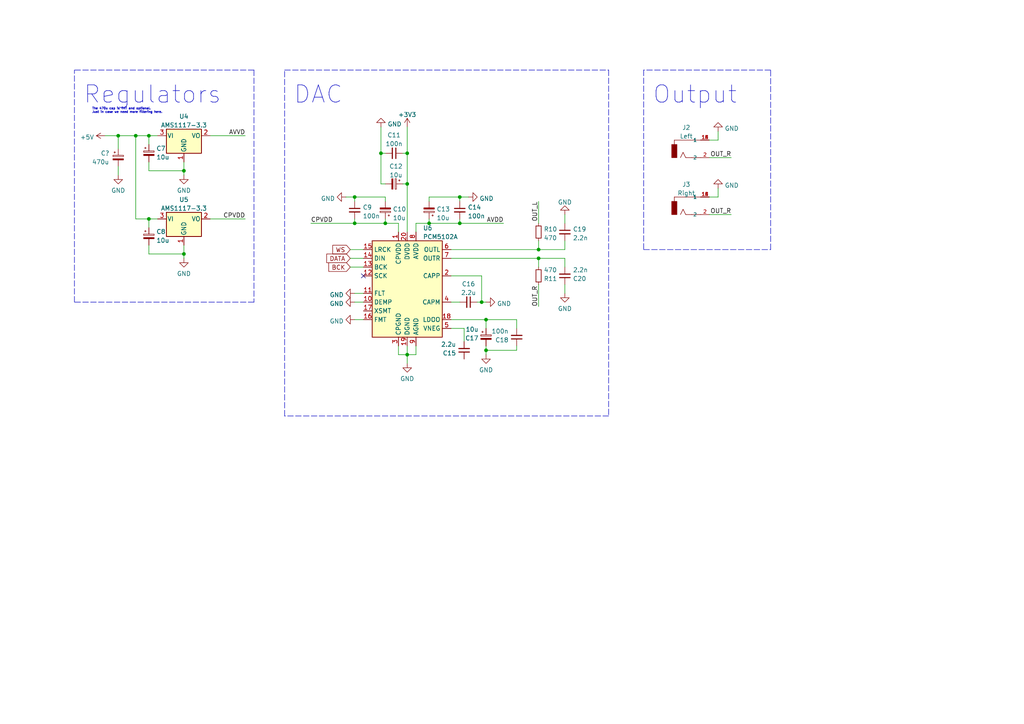
<source format=kicad_sch>
(kicad_sch (version 20211123) (generator eeschema)
  (paper "A4")
  (lib_symbols
    (symbol "Audio:PCM5102"
      (property "Reference" "U" (at -10.16 13.97 0))
      (property "Value" "PCM5102" (at 3.81 13.97 0))
      (symbol "PCM5102_0_1"
        (rectangle (start -10.16 12.7) (end 10.16 -15.24) (stroke (width 0.254)) (fill (type background)))
      )
      (symbol "PCM5102_1_1"
        (pin passive line (at -2.54 15.24 270) (length 2.54) (name "CPVDD") (number "1"))
        (pin input line (at -12.7 -5.08 0) (length 2.54) (name "DEMP") (number "10"))
        (pin input line (at -12.7 -2.54 0) (length 2.54) (name "FLT") (number "11"))
        (pin input line (at -12.7 2.54 0) (length 2.54) (name "SCK") (number "12"))
        (pin input line (at -12.7 5.08 0) (length 2.54) (name "BCK") (number "13"))
        (pin input line (at -12.7 7.62 0) (length 2.54) (name "DIN") (number "14"))
        (pin input line (at -12.7 10.16 0) (length 2.54) (name "LRCK") (number "15"))
        (pin input line (at -12.7 -10.16 0) (length 2.54) (name "FMT") (number "16"))
        (pin input line (at -12.7 -7.62 0) (length 2.54) (name "XSMT") (number "17"))
        (pin passive line (at 12.7 -10.16 180) (length 2.54) (name "LDOO") (number "18"))
        (pin power_in line (at 0 -17.78 90) (length 2.54) (name "DGND") (number "19"))
        (pin passive line (at 12.7 2.54 180) (length 2.54) (name "CAPP") (number "2"))
        (pin power_in line (at 0 15.24 270) (length 2.54) (name "DVDD") (number "20"))
        (pin power_in line (at -2.54 -17.78 90) (length 2.54) (name "CPGND") (number "3"))
        (pin passive line (at 12.7 -5.08 180) (length 2.54) (name "CAPM") (number "4"))
        (pin passive line (at 12.7 -12.7 180) (length 2.54) (name "VNEG") (number "5"))
        (pin output line (at 12.7 10.16 180) (length 2.54) (name "OUTL") (number "6"))
        (pin output line (at 12.7 7.62 180) (length 2.54) (name "OUTR") (number "7"))
        (pin power_in line (at 2.54 15.24 270) (length 2.54) (name "AVDD") (number "8"))
        (pin power_in line (at 2.54 -17.78 90) (length 2.54) (name "AGND") (number "9"))
      )
    )
    (symbol "Device:C_Polarized_Small" (pin_numbers hide) (pin_names (offset 0.254) hide)
      (property "Reference" "C" (at 0.254 1.778 0))
      (property "Value" "C_Polarized_Small" (at 0.254 -2.032 0))
      (symbol "C_Polarized_Small_0_1"
        (rectangle (start -1.524 -0.3048) (end 1.524 -0.6858) (fill (type outline)))
        (rectangle (start -1.524 0.6858) (end 1.524 0.3048))
        (polyline (pts (xy -1.27 1.524) (xy -0.762 1.524)))
        (polyline (pts (xy -1.016 1.27) (xy -1.016 1.778)))
      )
      (symbol "C_Polarized_Small_1_1"
        (pin passive line (at 0 2.54 270) (length 1.8542) (name "~") (number "1"))
        (pin passive line (at 0 -2.54 90) (length 1.8542) (name "~") (number "2"))
      )
    )
    (symbol "Device:C_Small" (pin_numbers hide) (pin_names (offset 0.254) hide)
      (property "Reference" "C" (at 0.254 1.778 0))
      (property "Value" "C_Small" (at 0.254 -2.032 0))
      (symbol "C_Small_0_1"
        (polyline (pts (xy -1.524 -0.508) (xy 1.524 -0.508)) (stroke (width 0.3302)))
        (polyline (pts (xy -1.524 0.508) (xy 1.524 0.508)) (stroke (width 0.3048)))
      )
      (symbol "C_Small_1_1"
        (pin passive line (at 0 2.54 270) (length 2.032) (name "~") (number "1"))
        (pin passive line (at 0 -2.54 90) (length 2.032) (name "~") (number "2"))
      )
    )
    (symbol "Device:R_Small" (pin_numbers hide) (pin_names (offset 0.254) hide)
      (property "Reference" "R" (at 0.762 0.508 0))
      (property "Value" "R_Small" (at 0.762 -1.016 0))
      (symbol "R_Small_0_1"
        (rectangle (start -0.762 1.778) (end 0.762 -1.778) (stroke (width 0.2032)))
      )
      (symbol "R_Small_1_1"
        (pin passive line (at 0 2.54 270) (length 0.762) (name "~") (number "1"))
        (pin passive line (at 0 -2.54 90) (length 0.762) (name "~") (number "2"))
      )
    )
    (symbol "RCJ-013:RCJ-013" (pin_names (offset 1.016))
      (property "Reference" "J" (at -2.54 3.81 0))
      (property "Value" "RCJ-013" (at -2.54 -6.35 0))
      (symbol "RCJ-013_0_0"
        (rectangle (start -3.302 -2.54) (end -1.778 1.27) (fill (type outline)))
        (polyline (pts (xy -2.54 2.54) (xy -2.54 1.27)) (stroke (width 0.1524)))
        (polyline (pts (xy 0 -1.016) (xy -0.762 -2.54)) (stroke (width 0.1524)))
        (polyline (pts (xy 0.762 -2.54) (xy 0 -1.016)) (stroke (width 0.1524)))
        (polyline (pts (xy 2.54 -2.54) (xy 0.762 -2.54)) (stroke (width 0.1524)))
        (polyline (pts (xy 5.08 -2.54) (xy 2.54 -2.54)) (stroke (width 0.1524)))
        (polyline (pts (xy 5.08 2.54) (xy -2.54 2.54)) (stroke (width 0.1524)))
        (pin passive line (at 7.62 2.54 180) (length 2.54) (name "1") (number "1A"))
        (pin passive line (at 7.62 2.54 180) (length 2.54) (name "1") (number "1B"))
        (pin passive line (at 7.62 2.54 180) (length 2.54) (name "1") (number "1C"))
        (pin passive line (at 7.62 -2.54 180) (length 2.54) (name "2") (number "2"))
      )
    )
    (symbol "Regulator_Linear:AMS1117-3.3" (pin_names (offset 0.254))
      (property "Reference" "U" (at -3.81 3.175 0))
      (property "Value" "AMS1117-3.3" (at 0 3.175 0))
      (symbol "AMS1117-3.3_0_1"
        (rectangle (start -5.08 -5.08) (end 5.08 1.905) (stroke (width 0.254)) (fill (type background)))
      )
      (symbol "AMS1117-3.3_1_1"
        (pin power_in line (at 0 -7.62 90) (length 2.54) (name "GND") (number "1"))
        (pin power_out line (at 7.62 0 180) (length 2.54) (name "VO") (number "2"))
        (pin power_in line (at -7.62 0 0) (length 2.54) (name "VI") (number "3"))
      )
    )
    (symbol "power:+3.3V" (power) (pin_names (offset 0))
      (property "Value" "+3.3V" (at 0 3.556 0))
      (symbol "+3.3V_0_1"
        (polyline (pts (xy -0.762 1.27) (xy 0 2.54)))
        (polyline (pts (xy 0 0) (xy 0 2.54)))
        (polyline (pts (xy 0 2.54) (xy 0.762 1.27)))
      )
      (symbol "+3.3V_1_1"
        (pin power_in line (at 0 0 90) (length 0) hide (name "+3V3") (number "1"))
      )
    )
    (symbol "power:+5V" (power) (pin_names (offset 0))
      (property "Value" "+5V" (at 0 3.556 0))
      (symbol "+5V_0_1"
        (polyline (pts (xy -0.762 1.27) (xy 0 2.54)))
        (polyline (pts (xy 0 0) (xy 0 2.54)))
        (polyline (pts (xy 0 2.54) (xy 0.762 1.27)))
      )
      (symbol "+5V_1_1"
        (pin power_in line (at 0 0 90) (length 0) hide (name "+5V") (number "1"))
      )
    )
    (symbol "power:GND" (power) (pin_names (offset 0))
      (property "Value" "GND" (at 0 -3.81 0))
      (symbol "GND_0_1"
        (polyline (pts (xy 0 0) (xy 0 -1.27) (xy 1.27 -1.27) (xy 0 -2.54) (xy -1.27 -1.27) (xy 0 -1.27)))
      )
      (symbol "GND_1_1"
        (pin power_in line (at 0 0 270) (length 0) hide (name "GND") (number "1"))
      )
    )
  )
  (junction (at 39.37 39.37))
  (junction (at 53.34 49.53))
  (junction (at 102.87 57.15))
  (junction (at 43.18 63.5))
  (junction (at 118.11 102.87))
  (junction (at 133.35 57.15))
  (junction (at 118.11 53.34))
  (junction (at 124.46 64.77))
  (junction (at 111.76 64.77))
  (junction (at 102.87 64.77))
  (junction (at 140.97 92.71))
  (junction (at 43.18 39.37))
  (junction (at 110.49 44.45))
  (junction (at 140.97 101.6))
  (junction (at 118.11 44.45))
  (junction (at 156.21 74.93))
  (junction (at 133.35 64.77))
  (junction (at 53.34 73.66))
  (junction (at 34.29 39.37))
  (junction (at 139.7 87.63))
  (junction (at 156.21 72.39))
  (no_connect (at 105.41 80.01))
  (wire (pts (xy 34.29 39.37) (xy 34.29 43.18)))
  (wire (pts (xy 205.74 62.23) (xy 212.09 62.23)))
  (wire (pts (xy 102.87 64.77) (xy 111.76 64.77)))
  (wire (pts (xy 118.11 102.87) (xy 120.65 102.87)))
  (wire (pts (xy 133.35 64.77) (xy 146.05 64.77)))
  (wire (pts (xy 156.21 72.39) (xy 156.21 69.85)))
  (wire (pts (xy 163.83 85.09) (xy 163.83 82.55)))
  (wire (pts (xy 101.6 74.93) (xy 105.41 74.93)))
  (polyline (pts (xy 73.66 87.63) (xy 21.59 87.63)))
  (wire (pts (xy 115.57 64.77) (xy 115.57 67.31)))
  (wire (pts (xy 110.49 53.34) (xy 111.76 53.34)))
  (wire (pts (xy 208.28 57.15) (xy 208.28 54.61)))
  (wire (pts (xy 149.86 100.33) (xy 149.86 101.6)))
  (wire (pts (xy 102.87 87.63) (xy 105.41 87.63)))
  (wire (pts (xy 115.57 100.33) (xy 115.57 102.87)))
  (wire (pts (xy 102.87 63.5) (xy 102.87 64.77)))
  (wire (pts (xy 43.18 63.5) (xy 45.72 63.5)))
  (wire (pts (xy 43.18 63.5) (xy 43.18 66.04)))
  (wire (pts (xy 118.11 102.87) (xy 118.11 105.41)))
  (wire (pts (xy 110.49 36.83) (xy 110.49 44.45)))
  (wire (pts (xy 111.76 57.15) (xy 111.76 58.42)))
  (polyline (pts (xy 21.59 87.63) (xy 21.59 20.32)))
  (wire (pts (xy 120.65 100.33) (xy 120.65 102.87)))
  (wire (pts (xy 100.33 57.15) (xy 102.87 57.15)))
  (wire (pts (xy 43.18 73.66) (xy 53.34 73.66)))
  (wire (pts (xy 124.46 64.77) (xy 133.35 64.77)))
  (wire (pts (xy 138.43 87.63) (xy 139.7 87.63)))
  (polyline (pts (xy 82.55 120.65) (xy 82.55 20.32)))
  (wire (pts (xy 34.29 39.37) (xy 39.37 39.37)))
  (wire (pts (xy 118.11 53.34) (xy 118.11 67.31)))
  (wire (pts (xy 110.49 44.45) (xy 111.76 44.45)))
  (wire (pts (xy 110.49 44.45) (xy 110.49 53.34)))
  (wire (pts (xy 39.37 63.5) (xy 43.18 63.5)))
  (wire (pts (xy 133.35 57.15) (xy 133.35 58.42)))
  (wire (pts (xy 53.34 49.53) (xy 53.34 50.8)))
  (wire (pts (xy 43.18 49.53) (xy 53.34 49.53)))
  (wire (pts (xy 156.21 74.93) (xy 163.83 74.93)))
  (polyline (pts (xy 82.55 20.32) (xy 176.53 20.32)))
  (wire (pts (xy 101.6 77.47) (xy 105.41 77.47)))
  (wire (pts (xy 140.97 92.71) (xy 149.86 92.71)))
  (wire (pts (xy 124.46 57.15) (xy 133.35 57.15)))
  (wire (pts (xy 53.34 46.99) (xy 53.34 49.53)))
  (wire (pts (xy 139.7 80.01) (xy 139.7 87.63)))
  (wire (pts (xy 124.46 58.42) (xy 124.46 57.15)))
  (wire (pts (xy 133.35 57.15) (xy 135.89 57.15)))
  (wire (pts (xy 140.97 101.6) (xy 140.97 102.87)))
  (wire (pts (xy 43.18 46.99) (xy 43.18 49.53)))
  (wire (pts (xy 60.96 39.37) (xy 71.12 39.37)))
  (polyline (pts (xy 186.69 72.39) (xy 223.52 72.39)))
  (wire (pts (xy 90.17 64.77) (xy 102.87 64.77)))
  (wire (pts (xy 130.81 87.63) (xy 133.35 87.63)))
  (wire (pts (xy 163.83 62.23) (xy 163.83 64.77)))
  (wire (pts (xy 124.46 63.5) (xy 124.46 64.77)))
  (wire (pts (xy 208.28 40.64) (xy 208.28 38.1)))
  (wire (pts (xy 140.97 92.71) (xy 140.97 95.25)))
  (wire (pts (xy 60.96 63.5) (xy 71.12 63.5)))
  (wire (pts (xy 118.11 53.34) (xy 116.84 53.34)))
  (wire (pts (xy 149.86 92.71) (xy 149.86 95.25)))
  (polyline (pts (xy 186.69 20.32) (xy 186.69 72.39)))
  (wire (pts (xy 163.83 77.47) (xy 163.83 74.93)))
  (polyline (pts (xy 223.52 72.39) (xy 223.52 20.32)))
  (wire (pts (xy 205.74 45.72) (xy 212.09 45.72)))
  (wire (pts (xy 140.97 101.6) (xy 149.86 101.6)))
  (wire (pts (xy 130.81 80.01) (xy 139.7 80.01)))
  (wire (pts (xy 102.87 58.42) (xy 102.87 57.15)))
  (wire (pts (xy 134.62 95.25) (xy 134.62 99.06)))
  (wire (pts (xy 39.37 39.37) (xy 43.18 39.37)))
  (wire (pts (xy 30.48 39.37) (xy 34.29 39.37)))
  (polyline (pts (xy 73.66 20.32) (xy 73.66 87.63)))
  (wire (pts (xy 111.76 64.77) (xy 115.57 64.77)))
  (wire (pts (xy 163.83 69.85) (xy 163.83 72.39)))
  (wire (pts (xy 116.84 44.45) (xy 118.11 44.45)))
  (wire (pts (xy 34.29 48.26) (xy 34.29 50.8)))
  (wire (pts (xy 130.81 95.25) (xy 134.62 95.25)))
  (wire (pts (xy 130.81 72.39) (xy 156.21 72.39)))
  (polyline (pts (xy 176.53 20.32) (xy 176.53 120.65)))
  (wire (pts (xy 120.65 67.31) (xy 120.65 64.77)))
  (wire (pts (xy 156.21 82.55) (xy 156.21 88.9)))
  (wire (pts (xy 156.21 74.93) (xy 156.21 77.47)))
  (wire (pts (xy 133.35 63.5) (xy 133.35 64.77)))
  (wire (pts (xy 53.34 73.66) (xy 53.34 74.93)))
  (wire (pts (xy 205.74 57.15) (xy 208.28 57.15)))
  (wire (pts (xy 120.65 64.77) (xy 124.46 64.77)))
  (polyline (pts (xy 223.52 20.32) (xy 186.69 20.32)))
  (wire (pts (xy 140.97 100.33) (xy 140.97 101.6)))
  (polyline (pts (xy 176.53 120.65) (xy 82.55 120.65)))
  (wire (pts (xy 102.87 85.09) (xy 105.41 85.09)))
  (wire (pts (xy 39.37 39.37) (xy 39.37 63.5)))
  (wire (pts (xy 130.81 74.93) (xy 156.21 74.93)))
  (wire (pts (xy 115.57 102.87) (xy 118.11 102.87)))
  (wire (pts (xy 205.74 40.64) (xy 208.28 40.64)))
  (wire (pts (xy 101.6 72.39) (xy 105.41 72.39)))
  (wire (pts (xy 43.18 39.37) (xy 45.72 39.37)))
  (wire (pts (xy 118.11 36.83) (xy 118.11 44.45)))
  (wire (pts (xy 111.76 63.5) (xy 111.76 64.77)))
  (wire (pts (xy 156.21 72.39) (xy 163.83 72.39)))
  (wire (pts (xy 139.7 87.63) (xy 140.97 87.63)))
  (wire (pts (xy 102.87 57.15) (xy 111.76 57.15)))
  (wire (pts (xy 130.81 92.71) (xy 140.97 92.71)))
  (wire (pts (xy 43.18 39.37) (xy 43.18 41.91)))
  (wire (pts (xy 118.11 100.33) (xy 118.11 102.87)))
  (wire (pts (xy 118.11 44.45) (xy 118.11 53.34)))
  (polyline (pts (xy 73.66 20.32) (xy 21.59 20.32)))
  (wire (pts (xy 43.18 71.12) (xy 43.18 73.66)))
  (wire (pts (xy 53.34 71.12) (xy 53.34 73.66)))
  (wire (pts (xy 102.87 92.71) (xy 105.41 92.71)))
  (wire (pts (xy 156.21 58.42) (xy 156.21 64.77)))
  (text "Output" (at 189.23 30.48 0) (effects (font (size 5 5)) (justify left bottom)))
  (text "The 470u cap is THT and optional.\nJust in case we need more filtering here." (at 26.67 33.02 0) (effects (font (size 0.635 0.635)) (justify left bottom)))
  (text "Regulators" (at 24.13 30.48 0) (effects (font (size 5 5)) (justify left bottom)))
  (text "DAC" (at 85.09 30.48 0) (effects (font (size 5 5)) (justify left bottom)))
  (label "OUT_L" (at 156.21 58.42 270))
  (label "CPVDD" (at 71.12 63.5 180))
  (label "OUT_R" (at 212.09 62.23 180))
  (label "CPVDD" (at 90.17 64.77 0))
  (label "AVVD" (at 71.12 39.37 180))
  (label "AVDD" (at 146.05 64.77 180))
  (label "OUT_R" (at 212.09 45.72 180))
  (label "OUT_R" (at 156.21 88.9 90))
  (global_label "WS" (shape input) (at 101.6 72.39 180) (property "Intersheet References" "${INTERSHEET_REFS}" (effects hide)))
  (global_label "BCK" (shape input) (at 101.6 77.47 180) (property "Intersheet References" "${INTERSHEET_REFS}" (effects hide)))
  (global_label "DATA" (shape input) (at 101.6 74.93 180) (property "Intersheet References" "${INTERSHEET_REFS}" (effects hide)))
  (symbol (lib_id "Regulator_Linear:AMS1117-3.3") (at 53.34 63.5 0) (unit 1)
    (property "Reference" "U5" (at 53.34 57.8952 0))
    (property "Value" "AMS1117-3.3" (at 53.34 60.4321 0))
    (property "Footprint" "Package_TO_SOT_SMD:SOT-223-3_TabPin2" (effects hide))
    (property "Datasheet" "http://www.advanced-monolithic.com/pdf/ds1117.pdf" (effects hide))
    (property "LSCS#" "C6186" (effects hide))
  )
  (symbol (lib_id "power:+3.3V") (at 118.11 36.83 0) (unit 1)
    (property "Reference" "#PWR029" (effects hide))
    (property "Value" "+3.3V" (at 118.11 33.2542 0))
  )
  (symbol (lib_id "power:GND") (at 102.87 92.71 270) (unit 1)
    (property "Reference" "#PWR026" (effects hide))
    (property "Value" "GND" (at 99.6951 93.1438 90) (effects (justify right)))
  )
  (symbol (lib_id "Device:C_Small") (at 102.87 60.96 0) (unit 1)
    (property "Reference" "C9" (at 105.1941 60.1316 0) (effects (justify left)))
    (property "Value" "100n" (at 105.1941 62.6685 0) (effects (justify left)))
    (property "Footprint" "Capacitor_SMD:C_0402_1005Metric" (effects hide))
    (property "Datasheet" "https://datasheet.lcsc.com/lcsc/1810191219_Samsung-Electro-Mechanics-CL05B104KO5NNNC_C1525.pdf" (effects hide))
    (property "LCSC#" "C1525" (effects hide))
  )
  (symbol (lib_id "RCJ-013:RCJ-013") (at 198.12 59.69 0) (unit 1)
    (property "Reference" "J3" (at 199.0471 53.501 0))
    (property "Value" "Right" (at 199.0471 56.0379 0))
    (property "Footprint" "RCJ-013:CUI_RCJ-013" (effects hide))
    (property "PART_REV" "B" (effects hide))
    (property "STANDARD" "Manufacturer recommendations" (effects hide))
    (property "MANUFACTURER" "CUI Inc" (effects hide))
  )
  (symbol (lib_id "Device:C_Polarized_Small") (at 34.29 45.72 0) (unit 1)
    (property "Reference" "C?" (at 29.21 44.45 0) (effects (justify left)))
    (property "Value" "470u" (at 26.67 46.99 0) (effects (justify left)))
    (property "Footprint" "Capacitor_THT:CP_Radial_D5.0mm_P2.50mm" (effects hide))
  )
  (symbol (lib_id "Regulator_Linear:AMS1117-3.3") (at 53.34 39.37 0) (unit 1)
    (property "Reference" "U4" (at 53.34 33.7652 0))
    (property "Value" "AMS1117-3.3" (at 53.34 36.3021 0))
    (property "Footprint" "Package_TO_SOT_SMD:SOT-223-3_TabPin2" (effects hide))
    (property "Datasheet" "http://www.advanced-monolithic.com/pdf/ds1117.pdf" (effects hide))
    (property "LSCS#" "C6186" (effects hide))
  )
  (symbol (lib_id "Device:R_Small") (at 156.21 67.31 180) (unit 1)
    (property "Reference" "R10" (at 157.7086 66.4753 0) (effects (justify right)))
    (property "Value" "470" (at 157.7086 69.0122 0) (effects (justify right)))
    (property "Footprint" "Resistor_SMD:R_0402_1005Metric" (effects hide))
    (property "Datasheet" "https://datasheet.lcsc.com/lcsc/2110252230_UNI-ROYAL-Uniroyal-Elec-0402WGF4700TCE_C25117.pdf" (effects hide))
    (property "LSCS#" "C25117" (effects hide))
  )
  (symbol (lib_id "power:GND") (at 208.28 54.61 180) (unit 1)
    (property "Reference" "#PWR?" (effects hide))
    (property "Value" "GND" (at 210.185 53.7738 0) (effects (justify right)))
  )
  (symbol (lib_id "Device:C_Small") (at 163.83 67.31 0) (unit 1)
    (property "Reference" "C19" (at 166.1541 66.4816 0) (effects (justify left)))
    (property "Value" "2.2n" (at 166.1541 69.0185 0) (effects (justify left)))
    (property "Footprint" "Capacitor_SMD:C_0402_1005Metric" (effects hide))
    (property "Datasheet" "https://datasheet.lcsc.com/lcsc/1811141710_FH-Guangdong-Fenghua-Advanced-Tech-0402B222K500NT_C1531.pdf" (effects hide))
    (property "LCSC#" "C1531" (effects hide))
  )
  (symbol (lib_id "Device:C_Small") (at 149.86 97.79 180) (unit 1)
    (property "Reference" "C18" (at 147.5359 98.6184 0) (effects (justify left)))
    (property "Value" "100n" (at 147.5359 96.0815 0) (effects (justify left)))
    (property "Footprint" "Capacitor_SMD:C_0402_1005Metric" (effects hide))
    (property "Datasheet" "https://datasheet.lcsc.com/lcsc/1810191219_Samsung-Electro-Mechanics-CL05B104KO5NNNC_C1525.pdf" (effects hide))
    (property "LCSC#" "C1525" (effects hide))
  )
  (symbol (lib_id "power:GND") (at 118.11 105.41 0) (unit 1)
    (property "Reference" "#PWR030" (effects hide))
    (property "Value" "GND" (at 118.11 109.8534 0))
  )
  (symbol (lib_id "power:GND") (at 102.87 87.63 270) (unit 1)
    (property "Reference" "#PWR025" (effects hide))
    (property "Value" "GND" (at 99.6951 88.0638 90) (effects (justify right)))
  )
  (symbol (lib_id "Device:C_Small") (at 134.62 101.6 180) (unit 1)
    (property "Reference" "C15" (at 132.2959 102.4284 0) (effects (justify left)))
    (property "Value" "2.2u" (at 132.2959 99.8915 0) (effects (justify left)))
    (property "Footprint" "Capacitor_SMD:C_0402_1005Metric" (effects hide))
    (property "Datasheet" "https://datasheet.lcsc.com/lcsc/1811021410_Samsung-Electro-Mechanics-CL05A225MQ5NSNC_C12530.pdf" (effects hide))
    (property "LCSC#" "C12530" (effects hide))
  )
  (symbol (lib_id "Device:C_Polarized_Small") (at 114.3 53.34 270) (unit 1)
    (property "Reference" "C12" (at 114.8461 48.2432 90))
    (property "Value" "10u" (at 114.8461 50.7801 90))
    (property "Footprint" "Capacitor_SMD:C_1206_3216Metric" (effects hide))
    (property "Datasheet" "https://datasheet.lcsc.com/lcsc/1811071223_AVX-TAJA106K016RNJ_C7171.pdf" (effects hide))
    (property "LCSC#" "C7171" (effects hide))
  )
  (symbol (lib_id "Device:C_Polarized_Small") (at 43.18 44.45 0) (unit 1)
    (property "Reference" "C7" (at 45.339 43.0692 0) (effects (justify left)))
    (property "Value" "10u" (at 45.339 45.6061 0) (effects (justify left)))
    (property "Footprint" "Capacitor_SMD:C_1206_3216Metric" (effects hide))
    (property "Datasheet" "https://datasheet.lcsc.com/lcsc/1811071223_AVX-TAJA106K016RNJ_C7171.pdf" (effects hide))
    (property "LCSC#" "C7171" (effects hide))
  )
  (symbol (lib_id "Device:C_Small") (at 133.35 60.96 0) (unit 1)
    (property "Reference" "C14" (at 135.6741 60.1316 0) (effects (justify left)))
    (property "Value" "100n" (at 135.6741 62.6685 0) (effects (justify left)))
    (property "Footprint" "Capacitor_SMD:C_0402_1005Metric" (effects hide))
    (property "Datasheet" "https://datasheet.lcsc.com/lcsc/1810191219_Samsung-Electro-Mechanics-CL05B104KO5NNNC_C1525.pdf" (effects hide))
    (property "LCSC#" "C1525" (effects hide))
  )
  (symbol (lib_id "power:GND") (at 135.89 57.15 90) (unit 1)
    (property "Reference" "#PWR?" (effects hide))
    (property "Value" "GND" (at 139.065 57.5838 90) (effects (justify right)))
  )
  (symbol (lib_id "Audio:PCM5102") (at 118.11 82.55 0) (unit 1)
    (property "Reference" "U6" (at 122.6694 66.1502 0) (effects (justify left)))
    (property "Value" "PCM5102A" (at 122.6694 68.6871 0) (effects (justify left)))
    (property "Footprint" "Package_SO:TSSOP-20_4.4x6.5mm_P0.65mm" (effects hide))
    (property "Datasheet" "http://www.ti.com/lit/ds/symlink/pcm5102a.pdf" (effects hide))
    (property "LCSC#" "C107671" (effects hide))
  )
  (symbol (lib_id "power:GND") (at 53.34 74.93 0) (unit 1)
    (property "Reference" "#PWR022" (effects hide))
    (property "Value" "GND" (at 53.34 79.3734 0))
  )
  (symbol (lib_id "Device:C_Polarized_Small") (at 43.18 68.58 0) (unit 1)
    (property "Reference" "C8" (at 45.339 67.1992 0) (effects (justify left)))
    (property "Value" "10u" (at 45.339 69.7361 0) (effects (justify left)))
    (property "Footprint" "Capacitor_SMD:C_1206_3216Metric" (effects hide))
    (property "Datasheet" "https://datasheet.lcsc.com/lcsc/1811071223_AVX-TAJA106K016RNJ_C7171.pdf" (effects hide))
    (property "LCSC#" "C7171" (effects hide))
  )
  (symbol (lib_id "RCJ-013:RCJ-013") (at 198.12 43.18 0) (unit 1)
    (property "Reference" "J2" (at 199.0471 36.991 0))
    (property "Value" "Left" (at 199.0471 39.5279 0))
    (property "Footprint" "RCJ-013:CUI_RCJ-013" (effects hide))
    (property "PART_REV" "B" (effects hide))
    (property "STANDARD" "Manufacturer recommendations" (effects hide))
    (property "MANUFACTURER" "CUI Inc" (effects hide))
  )
  (symbol (lib_id "power:GND") (at 163.83 85.09 0) (unit 1)
    (property "Reference" "#PWR?" (effects hide))
    (property "Value" "GND" (at 163.83 89.5334 0))
  )
  (symbol (lib_id "power:GND") (at 208.28 38.1 180) (unit 1)
    (property "Reference" "#PWR?" (effects hide))
    (property "Value" "GND" (at 210.185 37.2638 0) (effects (justify right)))
  )
  (symbol (lib_id "power:GND") (at 102.87 85.09 270) (unit 1)
    (property "Reference" "#PWR024" (effects hide))
    (property "Value" "GND" (at 99.6951 85.5238 90) (effects (justify right)))
  )
  (symbol (lib_id "power:GND") (at 34.29 50.8 0) (unit 1)
    (property "Reference" "#PWR?" (effects hide))
    (property "Value" "GND" (at 34.29 55.2434 0))
  )
  (symbol (lib_id "Device:C_Small") (at 135.89 87.63 270) (unit 1)
    (property "Reference" "C16" (at 135.8836 82.3681 90))
    (property "Value" "2.2u" (at 135.8836 84.905 90))
    (property "Footprint" "Capacitor_SMD:C_0402_1005Metric" (effects hide))
    (property "Datasheet" "https://datasheet.lcsc.com/lcsc/1811021410_Samsung-Electro-Mechanics-CL05A225MQ5NSNC_C12530.pdf" (effects hide))
    (property "LCSC#" "C12530" (effects hide))
  )
  (symbol (lib_id "power:GND") (at 110.49 36.83 180) (unit 1)
    (property "Reference" "#PWR027" (effects hide))
    (property "Value" "GND" (at 112.395 35.9938 0) (effects (justify right)))
  )
  (symbol (lib_id "power:GND") (at 100.33 57.15 270) (unit 1)
    (property "Reference" "#PWR?" (effects hide))
    (property "Value" "GND" (at 97.1551 57.5838 90) (effects (justify right)))
  )
  (symbol (lib_id "Device:C_Polarized_Small") (at 124.46 60.96 180) (unit 1)
    (property "Reference" "C13" (at 126.619 60.6714 0) (effects (justify right)))
    (property "Value" "10u" (at 126.619 63.2083 0) (effects (justify right)))
    (property "Footprint" "Capacitor_SMD:C_1206_3216Metric" (effects hide))
    (property "Datasheet" "https://datasheet.lcsc.com/lcsc/1811071223_AVX-TAJA106K016RNJ_C7171.pdf" (effects hide))
    (property "LCSC#" "C7171" (effects hide))
  )
  (symbol (lib_id "Device:C_Small") (at 163.83 80.01 0) (mirror x) (unit 1)
    (property "Reference" "C20" (at 166.1541 80.8384 0) (effects (justify left)))
    (property "Value" "2.2n" (at 166.1541 78.3015 0) (effects (justify left)))
    (property "Footprint" "Capacitor_SMD:C_0402_1005Metric" (effects hide))
    (property "Datasheet" "https://datasheet.lcsc.com/lcsc/1811141710_FH-Guangdong-Fenghua-Advanced-Tech-0402B222K500NT_C1531.pdf" (effects hide))
    (property "LCSC#" "C1531" (effects hide))
  )
  (symbol (lib_id "power:GND") (at 163.83 62.23 180) (unit 1)
    (property "Reference" "#PWR?" (effects hide))
    (property "Value" "GND" (at 163.83 58.6542 0))
  )
  (symbol (lib_id "Device:C_Small") (at 114.3 44.45 270) (unit 1)
    (property "Reference" "C11" (at 114.2936 39.1881 90))
    (property "Value" "100n" (at 114.2936 41.725 90))
    (property "Footprint" "Capacitor_SMD:C_0402_1005Metric" (effects hide))
    (property "Datasheet" "https://datasheet.lcsc.com/lcsc/1810191219_Samsung-Electro-Mechanics-CL05B104KO5NNNC_C1525.pdf" (effects hide))
    (property "LCSC#" "C1525" (effects hide))
  )
  (symbol (lib_id "Device:C_Polarized_Small") (at 140.97 97.79 0) (unit 1)
    (property "Reference" "C17" (at 138.811 98.0786 0) (effects (justify right)))
    (property "Value" "10u" (at 138.811 95.5417 0) (effects (justify right)))
    (property "Footprint" "Capacitor_SMD:C_1206_3216Metric" (effects hide))
    (property "Datasheet" "https://datasheet.lcsc.com/lcsc/1811071223_AVX-TAJA106K016RNJ_C7171.pdf" (effects hide))
    (property "LCSC#" "C7171" (effects hide))
  )
  (symbol (lib_id "power:GND") (at 53.34 50.8 0) (unit 1)
    (property "Reference" "#PWR021" (effects hide))
    (property "Value" "GND" (at 53.34 55.2434 0))
  )
  (symbol (lib_id "power:+5V") (at 30.48 39.37 90) (unit 1)
    (property "Reference" "#PWR019" (effects hide))
    (property "Value" "+5V" (at 27.3051 39.8038 90) (effects (justify left)))
  )
  (symbol (lib_id "power:GND") (at 140.97 102.87 0) (unit 1)
    (property "Reference" "#PWR035" (effects hide))
    (property "Value" "GND" (at 140.97 107.3134 0))
  )
  (symbol (lib_id "power:GND") (at 140.97 87.63 90) (unit 1)
    (property "Reference" "#PWR?" (effects hide))
    (property "Value" "GND" (at 144.145 88.0638 90) (effects (justify right)))
  )
  (symbol (lib_id "Device:R_Small") (at 156.21 80.01 0) (mirror y) (unit 1)
    (property "Reference" "R11" (at 157.7086 80.8447 0) (effects (justify right)))
    (property "Value" "470" (at 157.7086 78.3078 0) (effects (justify right)))
    (property "Footprint" "Resistor_SMD:R_0402_1005Metric" (effects hide))
    (property "Datasheet" "https://datasheet.lcsc.com/lcsc/2110252230_UNI-ROYAL-Uniroyal-Elec-0402WGF4700TCE_C25117.pdf" (effects hide))
    (property "LSCS#" "C25117" (effects hide))
  )
  (symbol (lib_id "Device:C_Polarized_Small") (at 111.76 60.96 180) (unit 1)
    (property "Reference" "C10" (at 113.919 60.6714 0) (effects (justify right)))
    (property "Value" "10u" (at 113.919 63.2083 0) (effects (justify right)))
    (property "Footprint" "Capacitor_SMD:C_1206_3216Metric" (effects hide))
    (property "Datasheet" "https://datasheet.lcsc.com/lcsc/1811071223_AVX-TAJA106K016RNJ_C7171.pdf" (effects hide))
    (property "LCSC#" "C7171" (effects hide))
  )
)
</source>
